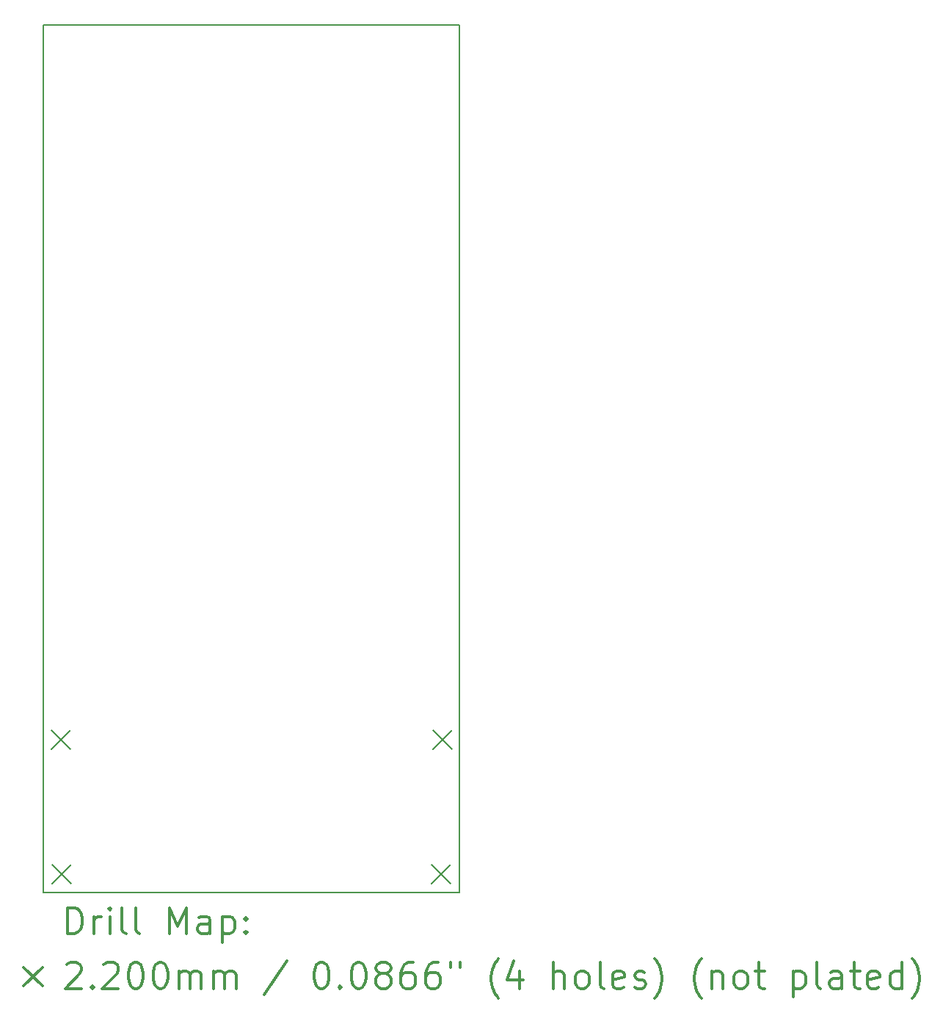
<source format=gbr>
%FSLAX45Y45*%
G04 Gerber Fmt 4.5, Leading zero omitted, Abs format (unit mm)*
G04 Created by KiCad (PCBNEW (5.1.12)-1) date 2022-09-28 13:00:42*
%MOMM*%
%LPD*%
G01*
G04 APERTURE LIST*
%TA.AperFunction,Profile*%
%ADD10C,0.150000*%
%TD*%
%ADD11C,0.200000*%
%ADD12C,0.300000*%
G04 APERTURE END LIST*
D10*
X26400000Y-13640000D02*
X21600000Y-13640000D01*
X26400000Y-3640000D02*
X26400000Y-13640000D01*
X21600000Y-3640000D02*
X26400000Y-3640000D01*
X21600000Y-13640000D02*
X21600000Y-3640000D01*
D11*
X21690000Y-11770000D02*
X21910000Y-11990000D01*
X21910000Y-11770000D02*
X21690000Y-11990000D01*
X21700000Y-13320000D02*
X21920000Y-13540000D01*
X21920000Y-13320000D02*
X21700000Y-13540000D01*
X26080000Y-13320000D02*
X26300000Y-13540000D01*
X26300000Y-13320000D02*
X26080000Y-13540000D01*
X26090000Y-11770000D02*
X26310000Y-11990000D01*
X26310000Y-11770000D02*
X26090000Y-11990000D01*
D12*
X21878928Y-14113214D02*
X21878928Y-13813214D01*
X21950357Y-13813214D01*
X21993214Y-13827500D01*
X22021786Y-13856071D01*
X22036071Y-13884643D01*
X22050357Y-13941786D01*
X22050357Y-13984643D01*
X22036071Y-14041786D01*
X22021786Y-14070357D01*
X21993214Y-14098929D01*
X21950357Y-14113214D01*
X21878928Y-14113214D01*
X22178928Y-14113214D02*
X22178928Y-13913214D01*
X22178928Y-13970357D02*
X22193214Y-13941786D01*
X22207500Y-13927500D01*
X22236071Y-13913214D01*
X22264643Y-13913214D01*
X22364643Y-14113214D02*
X22364643Y-13913214D01*
X22364643Y-13813214D02*
X22350357Y-13827500D01*
X22364643Y-13841786D01*
X22378928Y-13827500D01*
X22364643Y-13813214D01*
X22364643Y-13841786D01*
X22550357Y-14113214D02*
X22521786Y-14098929D01*
X22507500Y-14070357D01*
X22507500Y-13813214D01*
X22707500Y-14113214D02*
X22678928Y-14098929D01*
X22664643Y-14070357D01*
X22664643Y-13813214D01*
X23050357Y-14113214D02*
X23050357Y-13813214D01*
X23150357Y-14027500D01*
X23250357Y-13813214D01*
X23250357Y-14113214D01*
X23521786Y-14113214D02*
X23521786Y-13956071D01*
X23507500Y-13927500D01*
X23478928Y-13913214D01*
X23421786Y-13913214D01*
X23393214Y-13927500D01*
X23521786Y-14098929D02*
X23493214Y-14113214D01*
X23421786Y-14113214D01*
X23393214Y-14098929D01*
X23378928Y-14070357D01*
X23378928Y-14041786D01*
X23393214Y-14013214D01*
X23421786Y-13998929D01*
X23493214Y-13998929D01*
X23521786Y-13984643D01*
X23664643Y-13913214D02*
X23664643Y-14213214D01*
X23664643Y-13927500D02*
X23693214Y-13913214D01*
X23750357Y-13913214D01*
X23778928Y-13927500D01*
X23793214Y-13941786D01*
X23807500Y-13970357D01*
X23807500Y-14056071D01*
X23793214Y-14084643D01*
X23778928Y-14098929D01*
X23750357Y-14113214D01*
X23693214Y-14113214D01*
X23664643Y-14098929D01*
X23936071Y-14084643D02*
X23950357Y-14098929D01*
X23936071Y-14113214D01*
X23921786Y-14098929D01*
X23936071Y-14084643D01*
X23936071Y-14113214D01*
X23936071Y-13927500D02*
X23950357Y-13941786D01*
X23936071Y-13956071D01*
X23921786Y-13941786D01*
X23936071Y-13927500D01*
X23936071Y-13956071D01*
X21372500Y-14497500D02*
X21592500Y-14717500D01*
X21592500Y-14497500D02*
X21372500Y-14717500D01*
X21864643Y-14471786D02*
X21878928Y-14457500D01*
X21907500Y-14443214D01*
X21978928Y-14443214D01*
X22007500Y-14457500D01*
X22021786Y-14471786D01*
X22036071Y-14500357D01*
X22036071Y-14528929D01*
X22021786Y-14571786D01*
X21850357Y-14743214D01*
X22036071Y-14743214D01*
X22164643Y-14714643D02*
X22178928Y-14728929D01*
X22164643Y-14743214D01*
X22150357Y-14728929D01*
X22164643Y-14714643D01*
X22164643Y-14743214D01*
X22293214Y-14471786D02*
X22307500Y-14457500D01*
X22336071Y-14443214D01*
X22407500Y-14443214D01*
X22436071Y-14457500D01*
X22450357Y-14471786D01*
X22464643Y-14500357D01*
X22464643Y-14528929D01*
X22450357Y-14571786D01*
X22278928Y-14743214D01*
X22464643Y-14743214D01*
X22650357Y-14443214D02*
X22678928Y-14443214D01*
X22707500Y-14457500D01*
X22721786Y-14471786D01*
X22736071Y-14500357D01*
X22750357Y-14557500D01*
X22750357Y-14628929D01*
X22736071Y-14686071D01*
X22721786Y-14714643D01*
X22707500Y-14728929D01*
X22678928Y-14743214D01*
X22650357Y-14743214D01*
X22621786Y-14728929D01*
X22607500Y-14714643D01*
X22593214Y-14686071D01*
X22578928Y-14628929D01*
X22578928Y-14557500D01*
X22593214Y-14500357D01*
X22607500Y-14471786D01*
X22621786Y-14457500D01*
X22650357Y-14443214D01*
X22936071Y-14443214D02*
X22964643Y-14443214D01*
X22993214Y-14457500D01*
X23007500Y-14471786D01*
X23021786Y-14500357D01*
X23036071Y-14557500D01*
X23036071Y-14628929D01*
X23021786Y-14686071D01*
X23007500Y-14714643D01*
X22993214Y-14728929D01*
X22964643Y-14743214D01*
X22936071Y-14743214D01*
X22907500Y-14728929D01*
X22893214Y-14714643D01*
X22878928Y-14686071D01*
X22864643Y-14628929D01*
X22864643Y-14557500D01*
X22878928Y-14500357D01*
X22893214Y-14471786D01*
X22907500Y-14457500D01*
X22936071Y-14443214D01*
X23164643Y-14743214D02*
X23164643Y-14543214D01*
X23164643Y-14571786D02*
X23178928Y-14557500D01*
X23207500Y-14543214D01*
X23250357Y-14543214D01*
X23278928Y-14557500D01*
X23293214Y-14586071D01*
X23293214Y-14743214D01*
X23293214Y-14586071D02*
X23307500Y-14557500D01*
X23336071Y-14543214D01*
X23378928Y-14543214D01*
X23407500Y-14557500D01*
X23421786Y-14586071D01*
X23421786Y-14743214D01*
X23564643Y-14743214D02*
X23564643Y-14543214D01*
X23564643Y-14571786D02*
X23578928Y-14557500D01*
X23607500Y-14543214D01*
X23650357Y-14543214D01*
X23678928Y-14557500D01*
X23693214Y-14586071D01*
X23693214Y-14743214D01*
X23693214Y-14586071D02*
X23707500Y-14557500D01*
X23736071Y-14543214D01*
X23778928Y-14543214D01*
X23807500Y-14557500D01*
X23821786Y-14586071D01*
X23821786Y-14743214D01*
X24407500Y-14428929D02*
X24150357Y-14814643D01*
X24793214Y-14443214D02*
X24821786Y-14443214D01*
X24850357Y-14457500D01*
X24864643Y-14471786D01*
X24878928Y-14500357D01*
X24893214Y-14557500D01*
X24893214Y-14628929D01*
X24878928Y-14686071D01*
X24864643Y-14714643D01*
X24850357Y-14728929D01*
X24821786Y-14743214D01*
X24793214Y-14743214D01*
X24764643Y-14728929D01*
X24750357Y-14714643D01*
X24736071Y-14686071D01*
X24721786Y-14628929D01*
X24721786Y-14557500D01*
X24736071Y-14500357D01*
X24750357Y-14471786D01*
X24764643Y-14457500D01*
X24793214Y-14443214D01*
X25021786Y-14714643D02*
X25036071Y-14728929D01*
X25021786Y-14743214D01*
X25007500Y-14728929D01*
X25021786Y-14714643D01*
X25021786Y-14743214D01*
X25221786Y-14443214D02*
X25250357Y-14443214D01*
X25278928Y-14457500D01*
X25293214Y-14471786D01*
X25307500Y-14500357D01*
X25321786Y-14557500D01*
X25321786Y-14628929D01*
X25307500Y-14686071D01*
X25293214Y-14714643D01*
X25278928Y-14728929D01*
X25250357Y-14743214D01*
X25221786Y-14743214D01*
X25193214Y-14728929D01*
X25178928Y-14714643D01*
X25164643Y-14686071D01*
X25150357Y-14628929D01*
X25150357Y-14557500D01*
X25164643Y-14500357D01*
X25178928Y-14471786D01*
X25193214Y-14457500D01*
X25221786Y-14443214D01*
X25493214Y-14571786D02*
X25464643Y-14557500D01*
X25450357Y-14543214D01*
X25436071Y-14514643D01*
X25436071Y-14500357D01*
X25450357Y-14471786D01*
X25464643Y-14457500D01*
X25493214Y-14443214D01*
X25550357Y-14443214D01*
X25578928Y-14457500D01*
X25593214Y-14471786D01*
X25607500Y-14500357D01*
X25607500Y-14514643D01*
X25593214Y-14543214D01*
X25578928Y-14557500D01*
X25550357Y-14571786D01*
X25493214Y-14571786D01*
X25464643Y-14586071D01*
X25450357Y-14600357D01*
X25436071Y-14628929D01*
X25436071Y-14686071D01*
X25450357Y-14714643D01*
X25464643Y-14728929D01*
X25493214Y-14743214D01*
X25550357Y-14743214D01*
X25578928Y-14728929D01*
X25593214Y-14714643D01*
X25607500Y-14686071D01*
X25607500Y-14628929D01*
X25593214Y-14600357D01*
X25578928Y-14586071D01*
X25550357Y-14571786D01*
X25864643Y-14443214D02*
X25807500Y-14443214D01*
X25778928Y-14457500D01*
X25764643Y-14471786D01*
X25736071Y-14514643D01*
X25721786Y-14571786D01*
X25721786Y-14686071D01*
X25736071Y-14714643D01*
X25750357Y-14728929D01*
X25778928Y-14743214D01*
X25836071Y-14743214D01*
X25864643Y-14728929D01*
X25878928Y-14714643D01*
X25893214Y-14686071D01*
X25893214Y-14614643D01*
X25878928Y-14586071D01*
X25864643Y-14571786D01*
X25836071Y-14557500D01*
X25778928Y-14557500D01*
X25750357Y-14571786D01*
X25736071Y-14586071D01*
X25721786Y-14614643D01*
X26150357Y-14443214D02*
X26093214Y-14443214D01*
X26064643Y-14457500D01*
X26050357Y-14471786D01*
X26021786Y-14514643D01*
X26007500Y-14571786D01*
X26007500Y-14686071D01*
X26021786Y-14714643D01*
X26036071Y-14728929D01*
X26064643Y-14743214D01*
X26121786Y-14743214D01*
X26150357Y-14728929D01*
X26164643Y-14714643D01*
X26178928Y-14686071D01*
X26178928Y-14614643D01*
X26164643Y-14586071D01*
X26150357Y-14571786D01*
X26121786Y-14557500D01*
X26064643Y-14557500D01*
X26036071Y-14571786D01*
X26021786Y-14586071D01*
X26007500Y-14614643D01*
X26293214Y-14443214D02*
X26293214Y-14500357D01*
X26407500Y-14443214D02*
X26407500Y-14500357D01*
X26850357Y-14857500D02*
X26836071Y-14843214D01*
X26807500Y-14800357D01*
X26793214Y-14771786D01*
X26778928Y-14728929D01*
X26764643Y-14657500D01*
X26764643Y-14600357D01*
X26778928Y-14528929D01*
X26793214Y-14486071D01*
X26807500Y-14457500D01*
X26836071Y-14414643D01*
X26850357Y-14400357D01*
X27093214Y-14543214D02*
X27093214Y-14743214D01*
X27021786Y-14428929D02*
X26950357Y-14643214D01*
X27136071Y-14643214D01*
X27478928Y-14743214D02*
X27478928Y-14443214D01*
X27607500Y-14743214D02*
X27607500Y-14586071D01*
X27593214Y-14557500D01*
X27564643Y-14543214D01*
X27521786Y-14543214D01*
X27493214Y-14557500D01*
X27478928Y-14571786D01*
X27793214Y-14743214D02*
X27764643Y-14728929D01*
X27750357Y-14714643D01*
X27736071Y-14686071D01*
X27736071Y-14600357D01*
X27750357Y-14571786D01*
X27764643Y-14557500D01*
X27793214Y-14543214D01*
X27836071Y-14543214D01*
X27864643Y-14557500D01*
X27878928Y-14571786D01*
X27893214Y-14600357D01*
X27893214Y-14686071D01*
X27878928Y-14714643D01*
X27864643Y-14728929D01*
X27836071Y-14743214D01*
X27793214Y-14743214D01*
X28064643Y-14743214D02*
X28036071Y-14728929D01*
X28021786Y-14700357D01*
X28021786Y-14443214D01*
X28293214Y-14728929D02*
X28264643Y-14743214D01*
X28207500Y-14743214D01*
X28178928Y-14728929D01*
X28164643Y-14700357D01*
X28164643Y-14586071D01*
X28178928Y-14557500D01*
X28207500Y-14543214D01*
X28264643Y-14543214D01*
X28293214Y-14557500D01*
X28307500Y-14586071D01*
X28307500Y-14614643D01*
X28164643Y-14643214D01*
X28421786Y-14728929D02*
X28450357Y-14743214D01*
X28507500Y-14743214D01*
X28536071Y-14728929D01*
X28550357Y-14700357D01*
X28550357Y-14686071D01*
X28536071Y-14657500D01*
X28507500Y-14643214D01*
X28464643Y-14643214D01*
X28436071Y-14628929D01*
X28421786Y-14600357D01*
X28421786Y-14586071D01*
X28436071Y-14557500D01*
X28464643Y-14543214D01*
X28507500Y-14543214D01*
X28536071Y-14557500D01*
X28650357Y-14857500D02*
X28664643Y-14843214D01*
X28693214Y-14800357D01*
X28707500Y-14771786D01*
X28721786Y-14728929D01*
X28736071Y-14657500D01*
X28736071Y-14600357D01*
X28721786Y-14528929D01*
X28707500Y-14486071D01*
X28693214Y-14457500D01*
X28664643Y-14414643D01*
X28650357Y-14400357D01*
X29193214Y-14857500D02*
X29178928Y-14843214D01*
X29150357Y-14800357D01*
X29136071Y-14771786D01*
X29121786Y-14728929D01*
X29107500Y-14657500D01*
X29107500Y-14600357D01*
X29121786Y-14528929D01*
X29136071Y-14486071D01*
X29150357Y-14457500D01*
X29178928Y-14414643D01*
X29193214Y-14400357D01*
X29307500Y-14543214D02*
X29307500Y-14743214D01*
X29307500Y-14571786D02*
X29321786Y-14557500D01*
X29350357Y-14543214D01*
X29393214Y-14543214D01*
X29421786Y-14557500D01*
X29436071Y-14586071D01*
X29436071Y-14743214D01*
X29621786Y-14743214D02*
X29593214Y-14728929D01*
X29578928Y-14714643D01*
X29564643Y-14686071D01*
X29564643Y-14600357D01*
X29578928Y-14571786D01*
X29593214Y-14557500D01*
X29621786Y-14543214D01*
X29664643Y-14543214D01*
X29693214Y-14557500D01*
X29707500Y-14571786D01*
X29721786Y-14600357D01*
X29721786Y-14686071D01*
X29707500Y-14714643D01*
X29693214Y-14728929D01*
X29664643Y-14743214D01*
X29621786Y-14743214D01*
X29807500Y-14543214D02*
X29921786Y-14543214D01*
X29850357Y-14443214D02*
X29850357Y-14700357D01*
X29864643Y-14728929D01*
X29893214Y-14743214D01*
X29921786Y-14743214D01*
X30250357Y-14543214D02*
X30250357Y-14843214D01*
X30250357Y-14557500D02*
X30278928Y-14543214D01*
X30336071Y-14543214D01*
X30364643Y-14557500D01*
X30378928Y-14571786D01*
X30393214Y-14600357D01*
X30393214Y-14686071D01*
X30378928Y-14714643D01*
X30364643Y-14728929D01*
X30336071Y-14743214D01*
X30278928Y-14743214D01*
X30250357Y-14728929D01*
X30564643Y-14743214D02*
X30536071Y-14728929D01*
X30521786Y-14700357D01*
X30521786Y-14443214D01*
X30807500Y-14743214D02*
X30807500Y-14586071D01*
X30793214Y-14557500D01*
X30764643Y-14543214D01*
X30707500Y-14543214D01*
X30678928Y-14557500D01*
X30807500Y-14728929D02*
X30778928Y-14743214D01*
X30707500Y-14743214D01*
X30678928Y-14728929D01*
X30664643Y-14700357D01*
X30664643Y-14671786D01*
X30678928Y-14643214D01*
X30707500Y-14628929D01*
X30778928Y-14628929D01*
X30807500Y-14614643D01*
X30907500Y-14543214D02*
X31021786Y-14543214D01*
X30950357Y-14443214D02*
X30950357Y-14700357D01*
X30964643Y-14728929D01*
X30993214Y-14743214D01*
X31021786Y-14743214D01*
X31236071Y-14728929D02*
X31207500Y-14743214D01*
X31150357Y-14743214D01*
X31121786Y-14728929D01*
X31107500Y-14700357D01*
X31107500Y-14586071D01*
X31121786Y-14557500D01*
X31150357Y-14543214D01*
X31207500Y-14543214D01*
X31236071Y-14557500D01*
X31250357Y-14586071D01*
X31250357Y-14614643D01*
X31107500Y-14643214D01*
X31507500Y-14743214D02*
X31507500Y-14443214D01*
X31507500Y-14728929D02*
X31478928Y-14743214D01*
X31421786Y-14743214D01*
X31393214Y-14728929D01*
X31378928Y-14714643D01*
X31364643Y-14686071D01*
X31364643Y-14600357D01*
X31378928Y-14571786D01*
X31393214Y-14557500D01*
X31421786Y-14543214D01*
X31478928Y-14543214D01*
X31507500Y-14557500D01*
X31621786Y-14857500D02*
X31636071Y-14843214D01*
X31664643Y-14800357D01*
X31678928Y-14771786D01*
X31693214Y-14728929D01*
X31707500Y-14657500D01*
X31707500Y-14600357D01*
X31693214Y-14528929D01*
X31678928Y-14486071D01*
X31664643Y-14457500D01*
X31636071Y-14414643D01*
X31621786Y-14400357D01*
M02*

</source>
